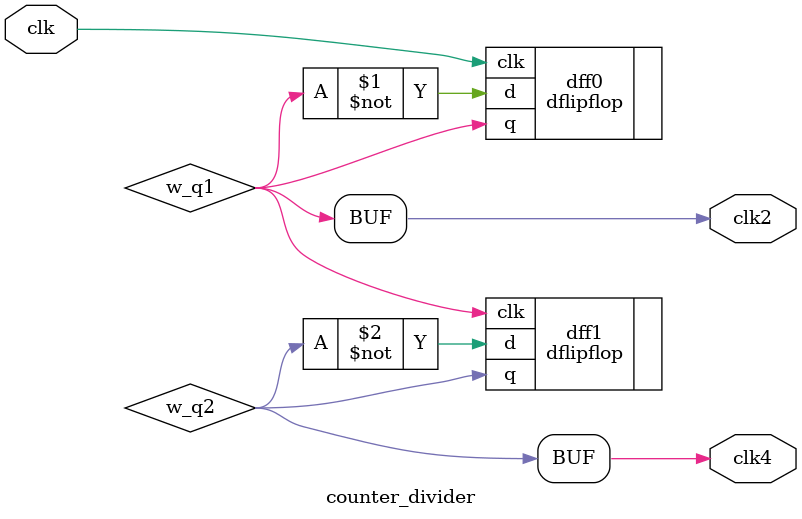
<source format=v>
module counter_divider(
	input clk,
	output clk2,
	output clk4
	);
	wire w_q1, w_q2;
	
	dflipflop dff0(.clk(clk), .d(~w_q1), .q(w_q1));
	dflipflop dff1(.clk(w_q1), .d(~w_q2), .q(w_q2));
	
	assign clk2 = w_q1;
	assign clk4 = w_q2;
	
endmodule
</source>
